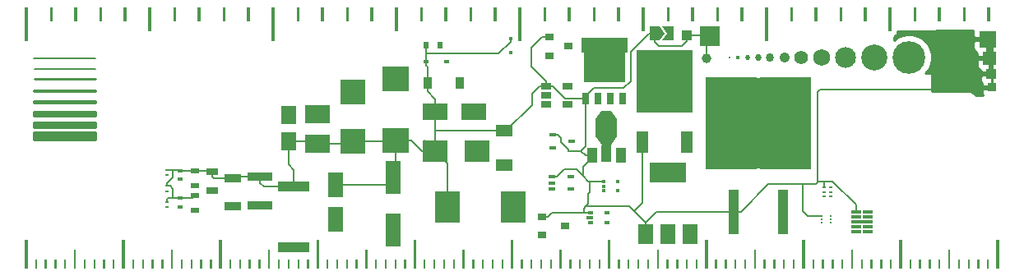
<source format=gbr>
%TF.GenerationSoftware,KiCad,Pcbnew,5.1.4+dfsg1-1*%
%TF.CreationDate,2019-10-24T16:44:30-07:00*%
%TF.ProjectId,PCB_Ruler,5043425f-5275-46c6-9572-2e6b69636164,rev?*%
%TF.SameCoordinates,Original*%
%TF.FileFunction,Copper,L1,Top*%
%TF.FilePolarity,Positive*%
%FSLAX46Y46*%
G04 Gerber Fmt 4.6, Leading zero omitted, Abs format (unit mm)*
G04 Created by KiCad (PCBNEW 5.1.4+dfsg1-1) date 2019-10-24 16:44:30*
%MOMM*%
%LPD*%
G04 APERTURE LIST*
%ADD10C,0.100000*%
%ADD11R,2.000000X2.000000*%
%ADD12C,1.000000*%
%ADD13R,1.000000X1.000000*%
%ADD14C,0.300000*%
%ADD15R,0.600000X0.450000*%
%ADD16R,0.900000X1.200000*%
%ADD17R,3.200000X1.000000*%
%ADD18R,0.900000X0.600000*%
%ADD19R,0.600000X0.900000*%
%ADD20R,0.700000X1.150000*%
%ADD21R,4.200000X3.300000*%
%ADD22R,4.700000X1.550000*%
%ADD23C,2.688200*%
%ADD24R,0.500000X0.380000*%
%ADD25R,0.650000X0.300000*%
%ADD26R,1.070000X0.300000*%
%ADD27R,2.300000X0.300000*%
%ADD28R,0.200000X0.200000*%
%ADD29R,0.330000X0.270000*%
%ADD30R,2.200000X1.840000*%
%ADD31R,1.000000X1.500000*%
%ADD32R,1.000000X1.800000*%
%ADD33C,0.850000*%
%ADD34R,1.500000X2.000000*%
%ADD35R,3.800000X2.000000*%
%ADD36R,5.250000X4.550000*%
%ADD37R,10.800000X9.400000*%
%ADD38R,1.100000X4.600000*%
%ADD39R,2.750000X3.050000*%
%ADD40R,5.800000X6.400000*%
%ADD41R,1.200000X2.200000*%
%ADD42R,0.450000X0.300000*%
%ADD43R,0.650000X0.400000*%
%ADD44R,0.700000X0.450000*%
%ADD45R,1.060000X0.650000*%
%ADD46R,0.900000X0.800000*%
%ADD47R,2.500000X3.300000*%
%ADD48R,1.700000X1.300000*%
%ADD49R,2.500000X2.300000*%
%ADD50R,2.500000X1.800000*%
%ADD51R,0.600000X0.700000*%
%ADD52R,0.350000X0.350000*%
%ADD53R,2.500000X0.900000*%
%ADD54R,1.700000X0.900000*%
%ADD55R,1.300000X0.700000*%
%ADD56R,0.900000X0.500000*%
%ADD57R,0.430000X0.280000*%
%ADD58R,0.600000X0.400000*%
%ADD59R,0.850000X0.850000*%
%ADD60R,1.350000X1.350000*%
%ADD61R,1.700000X1.700000*%
%ADD62C,2.152500*%
%ADD63C,1.727700*%
%ADD64C,1.390800*%
%ADD65C,1.053700*%
%ADD66C,0.861800*%
%ADD67C,0.693800*%
%ADD68C,0.525600*%
%ADD69C,0.414900*%
%ADD70C,0.331100*%
%ADD71C,3.363600*%
%ADD72R,1.600000X2.600000*%
%ADD73R,1.600000X3.500000*%
%ADD74R,2.500000X1.950000*%
%ADD75R,1.500000X1.950000*%
%ADD76R,2.500000X2.550000*%
%ADD77R,2.700000X2.550000*%
%ADD78C,0.800000*%
%ADD79C,0.600000*%
%ADD80C,0.250000*%
%ADD81C,0.200000*%
%ADD82C,0.150000*%
%ADD83C,0.500000*%
%ADD84C,0.750000*%
%ADD85C,0.254000*%
G04 APERTURE END LIST*
D10*
G36*
X136163000Y-94500000D02*
G01*
X136463000Y-94500000D01*
X136463000Y-93000000D01*
X136163000Y-93000000D01*
X136163000Y-94500000D01*
G37*
G36*
X138680000Y-94500000D02*
G01*
X138980000Y-94500000D01*
X138980000Y-93000000D01*
X138680000Y-93000000D01*
X138680000Y-94500000D01*
G37*
G36*
X141243000Y-94500000D02*
G01*
X141543000Y-94500000D01*
X141543000Y-93000000D01*
X141243000Y-93000000D01*
X141243000Y-94500000D01*
G37*
G36*
X143760000Y-94500000D02*
G01*
X144060000Y-94500000D01*
X144060000Y-93000000D01*
X143760000Y-93000000D01*
X143760000Y-94500000D01*
G37*
G36*
X133600000Y-95500000D02*
G01*
X133900000Y-95500000D01*
X133900000Y-93000000D01*
X133600000Y-93000000D01*
X133600000Y-95500000D01*
G37*
G36*
X125980000Y-94500000D02*
G01*
X126280000Y-94500000D01*
X126280000Y-93000000D01*
X125980000Y-93000000D01*
X125980000Y-94500000D01*
G37*
G36*
X123463000Y-94500000D02*
G01*
X123763000Y-94500000D01*
X123763000Y-93000000D01*
X123463000Y-93000000D01*
X123463000Y-94500000D01*
G37*
G36*
X120900000Y-96500000D02*
G01*
X121200000Y-96500000D01*
X121200000Y-93000000D01*
X120900000Y-93000000D01*
X120900000Y-96500000D01*
G37*
G36*
X128543000Y-94500000D02*
G01*
X128843000Y-94500000D01*
X128843000Y-93000000D01*
X128543000Y-93000000D01*
X128543000Y-94500000D01*
G37*
G36*
X131060000Y-94500000D02*
G01*
X131360000Y-94500000D01*
X131360000Y-93000000D01*
X131060000Y-93000000D01*
X131060000Y-94500000D01*
G37*
G36*
X105660000Y-94500000D02*
G01*
X105960000Y-94500000D01*
X105960000Y-93000000D01*
X105660000Y-93000000D01*
X105660000Y-94500000D01*
G37*
G36*
X103143000Y-94500000D02*
G01*
X103443000Y-94500000D01*
X103443000Y-93000000D01*
X103143000Y-93000000D01*
X103143000Y-94500000D01*
G37*
G36*
X95500000Y-96500000D02*
G01*
X95800000Y-96500000D01*
X95800000Y-93000000D01*
X95500000Y-93000000D01*
X95500000Y-96500000D01*
G37*
G36*
X98063000Y-94500000D02*
G01*
X98363000Y-94500000D01*
X98363000Y-93000000D01*
X98063000Y-93000000D01*
X98063000Y-94500000D01*
G37*
G36*
X100580000Y-94500000D02*
G01*
X100880000Y-94500000D01*
X100880000Y-93000000D01*
X100580000Y-93000000D01*
X100580000Y-94500000D01*
G37*
G36*
X108200000Y-95500000D02*
G01*
X108500000Y-95500000D01*
X108500000Y-93000000D01*
X108200000Y-93000000D01*
X108200000Y-95500000D01*
G37*
G36*
X118360000Y-94500000D02*
G01*
X118660000Y-94500000D01*
X118660000Y-93000000D01*
X118360000Y-93000000D01*
X118360000Y-94500000D01*
G37*
G36*
X115843000Y-94500000D02*
G01*
X116143000Y-94500000D01*
X116143000Y-93000000D01*
X115843000Y-93000000D01*
X115843000Y-94500000D01*
G37*
G36*
X113280000Y-94500000D02*
G01*
X113580000Y-94500000D01*
X113580000Y-93000000D01*
X113280000Y-93000000D01*
X113280000Y-94500000D01*
G37*
G36*
X110763000Y-94500000D02*
G01*
X111063000Y-94500000D01*
X111063000Y-93000000D01*
X110763000Y-93000000D01*
X110763000Y-94500000D01*
G37*
G36*
X85363000Y-94500000D02*
G01*
X85663000Y-94500000D01*
X85663000Y-93000000D01*
X85363000Y-93000000D01*
X85363000Y-94500000D01*
G37*
G36*
X87880000Y-94500000D02*
G01*
X88180000Y-94500000D01*
X88180000Y-93000000D01*
X87880000Y-93000000D01*
X87880000Y-94500000D01*
G37*
G36*
X90443000Y-94500000D02*
G01*
X90743000Y-94500000D01*
X90743000Y-93000000D01*
X90443000Y-93000000D01*
X90443000Y-94500000D01*
G37*
G36*
X92960000Y-94500000D02*
G01*
X93260000Y-94500000D01*
X93260000Y-93000000D01*
X92960000Y-93000000D01*
X92960000Y-94500000D01*
G37*
G36*
X82800000Y-95500000D02*
G01*
X83100000Y-95500000D01*
X83100000Y-93000000D01*
X82800000Y-93000000D01*
X82800000Y-95500000D01*
G37*
G36*
X75180000Y-94500000D02*
G01*
X75480000Y-94500000D01*
X75480000Y-93000000D01*
X75180000Y-93000000D01*
X75180000Y-94500000D01*
G37*
G36*
X72663000Y-94500000D02*
G01*
X72963000Y-94500000D01*
X72963000Y-93000000D01*
X72663000Y-93000000D01*
X72663000Y-94500000D01*
G37*
G36*
X70100000Y-96500000D02*
G01*
X70400000Y-96500000D01*
X70400000Y-93000000D01*
X70100000Y-93000000D01*
X70100000Y-96500000D01*
G37*
G36*
X77743000Y-94500000D02*
G01*
X78043000Y-94500000D01*
X78043000Y-93000000D01*
X77743000Y-93000000D01*
X77743000Y-94500000D01*
G37*
G36*
X80260000Y-94500000D02*
G01*
X80560000Y-94500000D01*
X80560000Y-93000000D01*
X80260000Y-93000000D01*
X80260000Y-94500000D01*
G37*
G36*
X160100000Y-120000000D02*
G01*
X160400000Y-120000000D01*
X160400000Y-117000000D01*
X160100000Y-117000000D01*
X160100000Y-120000000D01*
G37*
G36*
X161150000Y-120000000D02*
G01*
X161350000Y-120000000D01*
X161350000Y-119000000D01*
X161150000Y-119000000D01*
X161150000Y-120000000D01*
G37*
G36*
X162150000Y-120000000D02*
G01*
X162350000Y-120000000D01*
X162350000Y-119000000D01*
X162150000Y-119000000D01*
X162150000Y-120000000D01*
G37*
G36*
X163150000Y-120000000D02*
G01*
X163350000Y-120000000D01*
X163350000Y-119000000D01*
X163150000Y-119000000D01*
X163150000Y-120000000D01*
G37*
G36*
X165150000Y-120000000D02*
G01*
X165350000Y-120000000D01*
X165350000Y-118000000D01*
X165150000Y-118000000D01*
X165150000Y-120000000D01*
G37*
G36*
X164150000Y-120000000D02*
G01*
X164350000Y-120000000D01*
X164350000Y-119000000D01*
X164150000Y-119000000D01*
X164150000Y-120000000D01*
G37*
G36*
X166150000Y-120000000D02*
G01*
X166350000Y-120000000D01*
X166350000Y-119000000D01*
X166150000Y-119000000D01*
X166150000Y-120000000D01*
G37*
G36*
X167150000Y-120000000D02*
G01*
X167350000Y-120000000D01*
X167350000Y-119000000D01*
X167150000Y-119000000D01*
X167150000Y-120000000D01*
G37*
G36*
X168150000Y-120000000D02*
G01*
X168350000Y-120000000D01*
X168350000Y-119000000D01*
X168150000Y-119000000D01*
X168150000Y-120000000D01*
G37*
G36*
X169150000Y-120000000D02*
G01*
X169350000Y-120000000D01*
X169350000Y-119000000D01*
X169150000Y-119000000D01*
X169150000Y-120000000D01*
G37*
G36*
X170100000Y-120000000D02*
G01*
X170400000Y-120000000D01*
X170400000Y-117000000D01*
X170100000Y-117000000D01*
X170100000Y-120000000D01*
G37*
G36*
X160100000Y-120000000D02*
G01*
X160400000Y-120000000D01*
X160400000Y-117000000D01*
X160100000Y-117000000D01*
X160100000Y-120000000D01*
G37*
G36*
X159150000Y-120000000D02*
G01*
X159350000Y-120000000D01*
X159350000Y-119000000D01*
X159150000Y-119000000D01*
X159150000Y-120000000D01*
G37*
G36*
X158150000Y-120000000D02*
G01*
X158350000Y-120000000D01*
X158350000Y-119000000D01*
X158150000Y-119000000D01*
X158150000Y-120000000D01*
G37*
G36*
X157150000Y-120000000D02*
G01*
X157350000Y-120000000D01*
X157350000Y-119000000D01*
X157150000Y-119000000D01*
X157150000Y-120000000D01*
G37*
G36*
X156150000Y-120000000D02*
G01*
X156350000Y-120000000D01*
X156350000Y-119000000D01*
X156150000Y-119000000D01*
X156150000Y-120000000D01*
G37*
G36*
X154150000Y-120000000D02*
G01*
X154350000Y-120000000D01*
X154350000Y-119000000D01*
X154150000Y-119000000D01*
X154150000Y-120000000D01*
G37*
G36*
X155150000Y-120000000D02*
G01*
X155350000Y-120000000D01*
X155350000Y-118000000D01*
X155150000Y-118000000D01*
X155150000Y-120000000D01*
G37*
G36*
X153150000Y-120000000D02*
G01*
X153350000Y-120000000D01*
X153350000Y-119000000D01*
X153150000Y-119000000D01*
X153150000Y-120000000D01*
G37*
G36*
X152150000Y-120000000D02*
G01*
X152350000Y-120000000D01*
X152350000Y-119000000D01*
X152150000Y-119000000D01*
X152150000Y-120000000D01*
G37*
G36*
X151150000Y-120000000D02*
G01*
X151350000Y-120000000D01*
X151350000Y-119000000D01*
X151150000Y-119000000D01*
X151150000Y-120000000D01*
G37*
G36*
X150100000Y-120000000D02*
G01*
X150400000Y-120000000D01*
X150400000Y-117000000D01*
X150100000Y-117000000D01*
X150100000Y-120000000D01*
G37*
G36*
X140100000Y-120000000D02*
G01*
X140400000Y-120000000D01*
X140400000Y-117000000D01*
X140100000Y-117000000D01*
X140100000Y-120000000D01*
G37*
G36*
X141150000Y-120000000D02*
G01*
X141350000Y-120000000D01*
X141350000Y-119000000D01*
X141150000Y-119000000D01*
X141150000Y-120000000D01*
G37*
G36*
X142150000Y-120000000D02*
G01*
X142350000Y-120000000D01*
X142350000Y-119000000D01*
X142150000Y-119000000D01*
X142150000Y-120000000D01*
G37*
G36*
X143150000Y-120000000D02*
G01*
X143350000Y-120000000D01*
X143350000Y-119000000D01*
X143150000Y-119000000D01*
X143150000Y-120000000D01*
G37*
G36*
X145150000Y-120000000D02*
G01*
X145350000Y-120000000D01*
X145350000Y-118000000D01*
X145150000Y-118000000D01*
X145150000Y-120000000D01*
G37*
G36*
X144150000Y-120000000D02*
G01*
X144350000Y-120000000D01*
X144350000Y-119000000D01*
X144150000Y-119000000D01*
X144150000Y-120000000D01*
G37*
G36*
X146150000Y-120000000D02*
G01*
X146350000Y-120000000D01*
X146350000Y-119000000D01*
X146150000Y-119000000D01*
X146150000Y-120000000D01*
G37*
G36*
X147150000Y-120000000D02*
G01*
X147350000Y-120000000D01*
X147350000Y-119000000D01*
X147150000Y-119000000D01*
X147150000Y-120000000D01*
G37*
G36*
X148150000Y-120000000D02*
G01*
X148350000Y-120000000D01*
X148350000Y-119000000D01*
X148150000Y-119000000D01*
X148150000Y-120000000D01*
G37*
G36*
X149150000Y-120000000D02*
G01*
X149350000Y-120000000D01*
X149350000Y-119000000D01*
X149150000Y-119000000D01*
X149150000Y-120000000D01*
G37*
G36*
X150100000Y-120000000D02*
G01*
X150400000Y-120000000D01*
X150400000Y-117000000D01*
X150100000Y-117000000D01*
X150100000Y-120000000D01*
G37*
G36*
X130100000Y-120000000D02*
G01*
X130400000Y-120000000D01*
X130400000Y-117000000D01*
X130100000Y-117000000D01*
X130100000Y-120000000D01*
G37*
G36*
X131150000Y-120000000D02*
G01*
X131350000Y-120000000D01*
X131350000Y-119000000D01*
X131150000Y-119000000D01*
X131150000Y-120000000D01*
G37*
G36*
X132150000Y-120000000D02*
G01*
X132350000Y-120000000D01*
X132350000Y-119000000D01*
X132150000Y-119000000D01*
X132150000Y-120000000D01*
G37*
G36*
X133150000Y-120000000D02*
G01*
X133350000Y-120000000D01*
X133350000Y-119000000D01*
X133150000Y-119000000D01*
X133150000Y-120000000D01*
G37*
G36*
X135150000Y-120000000D02*
G01*
X135350000Y-120000000D01*
X135350000Y-118000000D01*
X135150000Y-118000000D01*
X135150000Y-120000000D01*
G37*
G36*
X134150000Y-120000000D02*
G01*
X134350000Y-120000000D01*
X134350000Y-119000000D01*
X134150000Y-119000000D01*
X134150000Y-120000000D01*
G37*
G36*
X136150000Y-120000000D02*
G01*
X136350000Y-120000000D01*
X136350000Y-119000000D01*
X136150000Y-119000000D01*
X136150000Y-120000000D01*
G37*
G36*
X137150000Y-120000000D02*
G01*
X137350000Y-120000000D01*
X137350000Y-119000000D01*
X137150000Y-119000000D01*
X137150000Y-120000000D01*
G37*
G36*
X138150000Y-120000000D02*
G01*
X138350000Y-120000000D01*
X138350000Y-119000000D01*
X138150000Y-119000000D01*
X138150000Y-120000000D01*
G37*
G36*
X139150000Y-120000000D02*
G01*
X139350000Y-120000000D01*
X139350000Y-119000000D01*
X139150000Y-119000000D01*
X139150000Y-120000000D01*
G37*
G36*
X140100000Y-120000000D02*
G01*
X140400000Y-120000000D01*
X140400000Y-117000000D01*
X140100000Y-117000000D01*
X140100000Y-120000000D01*
G37*
G36*
X130100000Y-120000000D02*
G01*
X130400000Y-120000000D01*
X130400000Y-117000000D01*
X130100000Y-117000000D01*
X130100000Y-120000000D01*
G37*
G36*
X129150000Y-120000000D02*
G01*
X129350000Y-120000000D01*
X129350000Y-119000000D01*
X129150000Y-119000000D01*
X129150000Y-120000000D01*
G37*
G36*
X128150000Y-120000000D02*
G01*
X128350000Y-120000000D01*
X128350000Y-119000000D01*
X128150000Y-119000000D01*
X128150000Y-120000000D01*
G37*
G36*
X127150000Y-120000000D02*
G01*
X127350000Y-120000000D01*
X127350000Y-119000000D01*
X127150000Y-119000000D01*
X127150000Y-120000000D01*
G37*
G36*
X126150000Y-120000000D02*
G01*
X126350000Y-120000000D01*
X126350000Y-119000000D01*
X126150000Y-119000000D01*
X126150000Y-120000000D01*
G37*
G36*
X124150000Y-120000000D02*
G01*
X124350000Y-120000000D01*
X124350000Y-119000000D01*
X124150000Y-119000000D01*
X124150000Y-120000000D01*
G37*
G36*
X125150000Y-120000000D02*
G01*
X125350000Y-120000000D01*
X125350000Y-118000000D01*
X125150000Y-118000000D01*
X125150000Y-120000000D01*
G37*
G36*
X123150000Y-120000000D02*
G01*
X123350000Y-120000000D01*
X123350000Y-119000000D01*
X123150000Y-119000000D01*
X123150000Y-120000000D01*
G37*
G36*
X122150000Y-120000000D02*
G01*
X122350000Y-120000000D01*
X122350000Y-119000000D01*
X122150000Y-119000000D01*
X122150000Y-120000000D01*
G37*
G36*
X121150000Y-120000000D02*
G01*
X121350000Y-120000000D01*
X121350000Y-119000000D01*
X121150000Y-119000000D01*
X121150000Y-120000000D01*
G37*
G36*
X120100000Y-120000000D02*
G01*
X120400000Y-120000000D01*
X120400000Y-117000000D01*
X120100000Y-117000000D01*
X120100000Y-120000000D01*
G37*
G36*
X120100000Y-120000000D02*
G01*
X120400000Y-120000000D01*
X120400000Y-117000000D01*
X120100000Y-117000000D01*
X120100000Y-120000000D01*
G37*
G36*
X119150000Y-120000000D02*
G01*
X119350000Y-120000000D01*
X119350000Y-119000000D01*
X119150000Y-119000000D01*
X119150000Y-120000000D01*
G37*
G36*
X118150000Y-120000000D02*
G01*
X118350000Y-120000000D01*
X118350000Y-119000000D01*
X118150000Y-119000000D01*
X118150000Y-120000000D01*
G37*
G36*
X117150000Y-120000000D02*
G01*
X117350000Y-120000000D01*
X117350000Y-119000000D01*
X117150000Y-119000000D01*
X117150000Y-120000000D01*
G37*
G36*
X116150000Y-120000000D02*
G01*
X116350000Y-120000000D01*
X116350000Y-119000000D01*
X116150000Y-119000000D01*
X116150000Y-120000000D01*
G37*
G36*
X114150000Y-120000000D02*
G01*
X114350000Y-120000000D01*
X114350000Y-119000000D01*
X114150000Y-119000000D01*
X114150000Y-120000000D01*
G37*
G36*
X115150000Y-120000000D02*
G01*
X115350000Y-120000000D01*
X115350000Y-118000000D01*
X115150000Y-118000000D01*
X115150000Y-120000000D01*
G37*
G36*
X113150000Y-120000000D02*
G01*
X113350000Y-120000000D01*
X113350000Y-119000000D01*
X113150000Y-119000000D01*
X113150000Y-120000000D01*
G37*
G36*
X112150000Y-120000000D02*
G01*
X112350000Y-120000000D01*
X112350000Y-119000000D01*
X112150000Y-119000000D01*
X112150000Y-120000000D01*
G37*
G36*
X111150000Y-120000000D02*
G01*
X111350000Y-120000000D01*
X111350000Y-119000000D01*
X111150000Y-119000000D01*
X111150000Y-120000000D01*
G37*
G36*
X110100000Y-120000000D02*
G01*
X110400000Y-120000000D01*
X110400000Y-117000000D01*
X110100000Y-117000000D01*
X110100000Y-120000000D01*
G37*
G36*
X100100000Y-120000000D02*
G01*
X100400000Y-120000000D01*
X100400000Y-117000000D01*
X100100000Y-117000000D01*
X100100000Y-120000000D01*
G37*
G36*
X101150000Y-120000000D02*
G01*
X101350000Y-120000000D01*
X101350000Y-119000000D01*
X101150000Y-119000000D01*
X101150000Y-120000000D01*
G37*
G36*
X102150000Y-120000000D02*
G01*
X102350000Y-120000000D01*
X102350000Y-119000000D01*
X102150000Y-119000000D01*
X102150000Y-120000000D01*
G37*
G36*
X103150000Y-120000000D02*
G01*
X103350000Y-120000000D01*
X103350000Y-119000000D01*
X103150000Y-119000000D01*
X103150000Y-120000000D01*
G37*
G36*
X105150000Y-120000000D02*
G01*
X105350000Y-120000000D01*
X105350000Y-118000000D01*
X105150000Y-118000000D01*
X105150000Y-120000000D01*
G37*
G36*
X104150000Y-120000000D02*
G01*
X104350000Y-120000000D01*
X104350000Y-119000000D01*
X104150000Y-119000000D01*
X104150000Y-120000000D01*
G37*
G36*
X106150000Y-120000000D02*
G01*
X106350000Y-120000000D01*
X106350000Y-119000000D01*
X106150000Y-119000000D01*
X106150000Y-120000000D01*
G37*
G36*
X107150000Y-120000000D02*
G01*
X107350000Y-120000000D01*
X107350000Y-119000000D01*
X107150000Y-119000000D01*
X107150000Y-120000000D01*
G37*
G36*
X108150000Y-120000000D02*
G01*
X108350000Y-120000000D01*
X108350000Y-119000000D01*
X108150000Y-119000000D01*
X108150000Y-120000000D01*
G37*
G36*
X109150000Y-120000000D02*
G01*
X109350000Y-120000000D01*
X109350000Y-119000000D01*
X109150000Y-119000000D01*
X109150000Y-120000000D01*
G37*
G36*
X110100000Y-120000000D02*
G01*
X110400000Y-120000000D01*
X110400000Y-117000000D01*
X110100000Y-117000000D01*
X110100000Y-120000000D01*
G37*
G36*
X90100000Y-120000000D02*
G01*
X90400000Y-120000000D01*
X90400000Y-117000000D01*
X90100000Y-117000000D01*
X90100000Y-120000000D01*
G37*
G36*
X91150000Y-120000000D02*
G01*
X91350000Y-120000000D01*
X91350000Y-119000000D01*
X91150000Y-119000000D01*
X91150000Y-120000000D01*
G37*
G36*
X92150000Y-120000000D02*
G01*
X92350000Y-120000000D01*
X92350000Y-119000000D01*
X92150000Y-119000000D01*
X92150000Y-120000000D01*
G37*
G36*
X93150000Y-120000000D02*
G01*
X93350000Y-120000000D01*
X93350000Y-119000000D01*
X93150000Y-119000000D01*
X93150000Y-120000000D01*
G37*
G36*
X95150000Y-120000000D02*
G01*
X95350000Y-120000000D01*
X95350000Y-118000000D01*
X95150000Y-118000000D01*
X95150000Y-120000000D01*
G37*
G36*
X94150000Y-120000000D02*
G01*
X94350000Y-120000000D01*
X94350000Y-119000000D01*
X94150000Y-119000000D01*
X94150000Y-120000000D01*
G37*
G36*
X96150000Y-120000000D02*
G01*
X96350000Y-120000000D01*
X96350000Y-119000000D01*
X96150000Y-119000000D01*
X96150000Y-120000000D01*
G37*
G36*
X97150000Y-120000000D02*
G01*
X97350000Y-120000000D01*
X97350000Y-119000000D01*
X97150000Y-119000000D01*
X97150000Y-120000000D01*
G37*
G36*
X98150000Y-120000000D02*
G01*
X98350000Y-120000000D01*
X98350000Y-119000000D01*
X98150000Y-119000000D01*
X98150000Y-120000000D01*
G37*
G36*
X99150000Y-120000000D02*
G01*
X99350000Y-120000000D01*
X99350000Y-119000000D01*
X99150000Y-119000000D01*
X99150000Y-120000000D01*
G37*
G36*
X100100000Y-120000000D02*
G01*
X100400000Y-120000000D01*
X100400000Y-117000000D01*
X100100000Y-117000000D01*
X100100000Y-120000000D01*
G37*
G36*
X90100000Y-120000000D02*
G01*
X90400000Y-120000000D01*
X90400000Y-117000000D01*
X90100000Y-117000000D01*
X90100000Y-120000000D01*
G37*
G36*
X89150000Y-120000000D02*
G01*
X89350000Y-120000000D01*
X89350000Y-119000000D01*
X89150000Y-119000000D01*
X89150000Y-120000000D01*
G37*
G36*
X88150000Y-120000000D02*
G01*
X88350000Y-120000000D01*
X88350000Y-119000000D01*
X88150000Y-119000000D01*
X88150000Y-120000000D01*
G37*
G36*
X87150000Y-120000000D02*
G01*
X87350000Y-120000000D01*
X87350000Y-119000000D01*
X87150000Y-119000000D01*
X87150000Y-120000000D01*
G37*
G36*
X86150000Y-120000000D02*
G01*
X86350000Y-120000000D01*
X86350000Y-119000000D01*
X86150000Y-119000000D01*
X86150000Y-120000000D01*
G37*
G36*
X84150000Y-120000000D02*
G01*
X84350000Y-120000000D01*
X84350000Y-119000000D01*
X84150000Y-119000000D01*
X84150000Y-120000000D01*
G37*
G36*
X85150000Y-120000000D02*
G01*
X85350000Y-120000000D01*
X85350000Y-118000000D01*
X85150000Y-118000000D01*
X85150000Y-120000000D01*
G37*
G36*
X83150000Y-120000000D02*
G01*
X83350000Y-120000000D01*
X83350000Y-119000000D01*
X83150000Y-119000000D01*
X83150000Y-120000000D01*
G37*
G36*
X82150000Y-120000000D02*
G01*
X82350000Y-120000000D01*
X82350000Y-119000000D01*
X82150000Y-119000000D01*
X82150000Y-120000000D01*
G37*
G36*
X81150000Y-120000000D02*
G01*
X81350000Y-120000000D01*
X81350000Y-119000000D01*
X81150000Y-119000000D01*
X81150000Y-120000000D01*
G37*
G36*
X80100000Y-120000000D02*
G01*
X80400000Y-120000000D01*
X80400000Y-117000000D01*
X80100000Y-117000000D01*
X80100000Y-120000000D01*
G37*
G36*
X80100000Y-120000000D02*
G01*
X80400000Y-120000000D01*
X80400000Y-117000000D01*
X80100000Y-117000000D01*
X80100000Y-120000000D01*
G37*
G36*
X79150000Y-120000000D02*
G01*
X79350000Y-120000000D01*
X79350000Y-119000000D01*
X79150000Y-119000000D01*
X79150000Y-120000000D01*
G37*
G36*
X78150000Y-120000000D02*
G01*
X78350000Y-120000000D01*
X78350000Y-119000000D01*
X78150000Y-119000000D01*
X78150000Y-120000000D01*
G37*
G36*
X77150000Y-120000000D02*
G01*
X77350000Y-120000000D01*
X77350000Y-119000000D01*
X77150000Y-119000000D01*
X77150000Y-120000000D01*
G37*
G36*
X76150000Y-120000000D02*
G01*
X76350000Y-120000000D01*
X76350000Y-119000000D01*
X76150000Y-119000000D01*
X76150000Y-120000000D01*
G37*
G36*
X74150000Y-120000000D02*
G01*
X74350000Y-120000000D01*
X74350000Y-119000000D01*
X74150000Y-119000000D01*
X74150000Y-120000000D01*
G37*
G36*
X75150000Y-120000000D02*
G01*
X75350000Y-120000000D01*
X75350000Y-118000000D01*
X75150000Y-118000000D01*
X75150000Y-120000000D01*
G37*
G36*
X73150000Y-120000000D02*
G01*
X73350000Y-120000000D01*
X73350000Y-119000000D01*
X73150000Y-119000000D01*
X73150000Y-120000000D01*
G37*
G36*
X72150000Y-120000000D02*
G01*
X72350000Y-120000000D01*
X72350000Y-119000000D01*
X72150000Y-119000000D01*
X72150000Y-120000000D01*
G37*
G36*
X71150000Y-120000000D02*
G01*
X71350000Y-120000000D01*
X71350000Y-119000000D01*
X71150000Y-119000000D01*
X71150000Y-120000000D01*
G37*
G36*
X70100000Y-120000000D02*
G01*
X70400000Y-120000000D01*
X70400000Y-117000000D01*
X70100000Y-117000000D01*
X70100000Y-120000000D01*
G37*
G36*
X156460000Y-94500000D02*
G01*
X156760000Y-94500000D01*
X156760000Y-93000000D01*
X156460000Y-93000000D01*
X156460000Y-94500000D01*
G37*
G36*
X153943000Y-94500000D02*
G01*
X154243000Y-94500000D01*
X154243000Y-93000000D01*
X153943000Y-93000000D01*
X153943000Y-94500000D01*
G37*
G36*
X146300000Y-96500000D02*
G01*
X146600000Y-96500000D01*
X146600000Y-93000000D01*
X146300000Y-93000000D01*
X146300000Y-96500000D01*
G37*
G36*
X148863000Y-94500000D02*
G01*
X149163000Y-94500000D01*
X149163000Y-93000000D01*
X148863000Y-93000000D01*
X148863000Y-94500000D01*
G37*
G36*
X151380000Y-94500000D02*
G01*
X151680000Y-94500000D01*
X151680000Y-93000000D01*
X151380000Y-93000000D01*
X151380000Y-94500000D01*
G37*
G36*
X159000000Y-95500000D02*
G01*
X159300000Y-95500000D01*
X159300000Y-93000000D01*
X159000000Y-93000000D01*
X159000000Y-95500000D01*
G37*
G36*
X169160000Y-94500000D02*
G01*
X169460000Y-94500000D01*
X169460000Y-93000000D01*
X169160000Y-93000000D01*
X169160000Y-94500000D01*
G37*
G36*
X166643000Y-94500000D02*
G01*
X166943000Y-94500000D01*
X166943000Y-93000000D01*
X166643000Y-93000000D01*
X166643000Y-94500000D01*
G37*
G36*
X164080000Y-94500000D02*
G01*
X164380000Y-94500000D01*
X164380000Y-93000000D01*
X164080000Y-93000000D01*
X164080000Y-94500000D01*
G37*
G36*
X161563000Y-94500000D02*
G01*
X161863000Y-94500000D01*
X161863000Y-93000000D01*
X161563000Y-93000000D01*
X161563000Y-94500000D01*
G37*
D11*
X140630000Y-95980000D03*
D12*
X140310000Y-98300000D03*
D13*
X138220000Y-95880000D03*
D14*
X134920000Y-95710000D03*
D10*
G36*
X135920000Y-95710000D02*
G01*
X135420000Y-96460000D01*
X134420000Y-96460000D01*
X134420000Y-94960000D01*
X135420000Y-94960000D01*
X135920000Y-95710000D01*
X135920000Y-95710000D01*
G37*
D14*
X136370000Y-95710000D03*
D10*
G36*
X136870000Y-96460000D02*
G01*
X135720000Y-96460000D01*
X136220000Y-95710000D01*
X135720000Y-94960000D01*
X136870000Y-94960000D01*
X136870000Y-96460000D01*
X136870000Y-96460000D01*
G37*
D15*
X111400000Y-98650000D03*
X113500000Y-98650000D03*
D16*
X111540000Y-100810000D03*
X114840000Y-100810000D03*
D17*
X97770000Y-117730000D03*
X97770000Y-111530000D03*
D18*
X129730000Y-99390000D03*
D19*
X130330000Y-96690000D03*
D20*
X131640000Y-102410000D03*
D21*
X129730000Y-99140000D03*
D22*
X129730000Y-96940000D03*
D20*
X130370000Y-102410000D03*
X127820000Y-102410000D03*
X129090000Y-102410000D03*
D19*
X129130000Y-96690000D03*
X131610000Y-96690000D03*
X127850000Y-96690000D03*
D18*
X129730000Y-100240000D03*
X129730000Y-98540000D03*
X130880000Y-98540000D03*
X130880000Y-100240000D03*
X130880000Y-99390000D03*
X128580000Y-98540000D03*
X128580000Y-100240000D03*
X128580000Y-99390000D03*
D23*
X157520000Y-98176000D03*
D24*
X130060000Y-114170000D03*
X130060000Y-115250000D03*
D25*
X128280000Y-114710000D03*
D24*
X128360000Y-115250000D03*
X128360000Y-114170000D03*
D26*
X156880000Y-114140000D03*
X156880000Y-114640000D03*
X156880000Y-115640000D03*
X156880000Y-116140000D03*
X155650000Y-116140000D03*
X155650000Y-115640000D03*
D27*
X156265000Y-115140000D03*
D26*
X155650000Y-114640000D03*
X155650000Y-114140000D03*
D28*
X153020000Y-114550000D03*
X153020000Y-114900000D03*
X153020000Y-115250000D03*
X152120000Y-115250000D03*
X152120000Y-114900000D03*
X152120000Y-114550000D03*
D29*
X153040000Y-111550000D03*
X153040000Y-112050000D03*
X153040000Y-112550000D03*
X152360000Y-112550000D03*
X152360000Y-112050000D03*
X152360000Y-111550000D03*
D12*
X129960000Y-106876200D03*
D10*
G36*
X131060000Y-106376200D02*
G01*
X130360000Y-107376200D01*
X129560000Y-107376200D01*
X128860000Y-106376200D01*
X131060000Y-106376200D01*
X131060000Y-106376200D01*
G37*
D30*
X129960000Y-105466500D03*
D31*
X131460000Y-108280000D03*
D32*
X129960000Y-108133500D03*
D31*
X128460000Y-108280000D03*
D33*
X129960000Y-104133000D03*
D10*
G36*
X128860000Y-104558000D02*
G01*
X129460000Y-103708000D01*
X130460000Y-103708000D01*
X131060000Y-104558000D01*
X128860000Y-104558000D01*
X128860000Y-104558000D01*
G37*
D34*
X133980000Y-116390000D03*
X138580000Y-116390000D03*
X136280000Y-116390000D03*
D35*
X136280000Y-110090000D03*
D36*
X148400000Y-107400000D03*
X142850000Y-102550000D03*
X142850000Y-107400000D03*
X148400000Y-102550000D03*
D37*
X145625000Y-104975000D03*
D38*
X148165000Y-114125000D03*
X143085000Y-114125000D03*
D39*
X137485000Y-102335000D03*
X134435000Y-98985000D03*
X134435000Y-102335000D03*
X137485000Y-98985000D03*
D40*
X135960000Y-100660000D03*
D41*
X138240000Y-106960000D03*
X133680000Y-106960000D03*
D42*
X131120000Y-111960000D03*
X129720000Y-111460000D03*
X131120000Y-110960000D03*
X129720000Y-111960000D03*
X129720000Y-110960000D03*
D43*
X126290000Y-110480000D03*
X126290000Y-111780000D03*
X124390000Y-111130000D03*
X124390000Y-111780000D03*
X124390000Y-110480000D03*
D44*
X126410000Y-106830000D03*
X124410000Y-107480000D03*
X124410000Y-106180000D03*
D45*
X125970000Y-101160000D03*
X125970000Y-103060000D03*
X123770000Y-103060000D03*
X123770000Y-102110000D03*
X123770000Y-101160000D03*
D46*
X126070000Y-97060000D03*
X124070000Y-98010000D03*
X124070000Y-96110000D03*
D47*
X113580000Y-113610000D03*
X120380000Y-113610000D03*
D48*
X119450000Y-105760000D03*
X119450000Y-109260000D03*
D49*
X112340000Y-107830000D03*
X116640000Y-107830000D03*
D50*
X112340000Y-103770000D03*
X116340000Y-103770000D03*
D51*
X112800000Y-96940000D03*
X111400000Y-96940000D03*
D52*
X120080000Y-97715000D03*
X120080000Y-96265000D03*
D53*
X94280000Y-110520000D03*
X94280000Y-113420000D03*
D54*
X91520000Y-110650000D03*
X91520000Y-113550000D03*
D55*
X89408000Y-109991800D03*
X89408000Y-111891800D03*
D56*
X87630000Y-109883800D03*
X87630000Y-111383800D03*
X87620000Y-112440000D03*
X87620000Y-113940000D03*
D57*
X84734400Y-113124400D03*
X84734400Y-113644400D03*
X84709000Y-111454000D03*
X84709000Y-111974000D03*
X84709000Y-109828400D03*
X84709000Y-110348400D03*
D58*
X86106000Y-109848800D03*
X86106000Y-110748800D03*
X86106000Y-112719000D03*
X86106000Y-113619000D03*
D59*
X169654400Y-101260000D03*
D13*
X169578200Y-99888400D03*
D60*
X169400400Y-98288200D03*
D61*
X169222600Y-96332400D03*
D62*
X154550000Y-98176000D03*
D63*
X152090000Y-98176000D03*
D64*
X150020000Y-98180000D03*
D65*
X148280000Y-98176000D03*
D66*
X146820000Y-98210000D03*
D67*
X145570000Y-98176000D03*
D68*
X144460000Y-98176000D03*
D69*
X143470000Y-98176000D03*
D70*
X142600000Y-98176000D03*
D71*
X161130000Y-98176000D03*
D72*
X102110000Y-114900000D03*
X102110000Y-111300000D03*
D73*
X107980000Y-115950000D03*
X107980000Y-110550000D03*
D74*
X100220000Y-104065000D03*
X100220000Y-107115000D03*
D75*
X97220000Y-104115000D03*
X97220000Y-106865000D03*
D76*
X103880000Y-101760000D03*
X103880000Y-106810000D03*
D77*
X108280000Y-100445000D03*
X108280000Y-106795000D03*
D46*
X125740000Y-115550000D03*
X123340000Y-116500000D03*
X123340000Y-114600000D03*
D78*
X165810000Y-97180000D03*
D79*
X164610000Y-97180000D03*
D12*
X167020000Y-97180000D03*
D80*
X77354600Y-100399200D02*
X71055400Y-100399200D01*
D81*
X77370000Y-99410000D02*
X71070800Y-99410000D01*
D82*
X77330000Y-98280000D02*
X71030800Y-98280000D01*
D80*
X169222600Y-98110400D02*
X169400400Y-98288200D01*
X169578200Y-98466000D02*
X169400400Y-98288200D01*
D83*
X169578200Y-99888400D02*
X169578200Y-98466000D01*
D80*
X169654400Y-99964600D02*
X169578200Y-99888400D01*
X169654400Y-101260000D02*
X169654400Y-99964600D01*
X169400400Y-96510200D02*
X169222600Y-96332400D01*
D84*
X169400400Y-98288200D02*
X169400400Y-96510200D01*
D82*
X86085600Y-109828400D02*
X86106000Y-109848800D01*
X85656000Y-112719000D02*
X86106000Y-112719000D01*
X84734400Y-112834400D02*
X84849800Y-112719000D01*
X84734400Y-113124400D02*
X84734400Y-112834400D01*
X85344000Y-111724000D02*
X85344000Y-112719000D01*
X85074000Y-111454000D02*
X85344000Y-111724000D01*
X84709000Y-111454000D02*
X85074000Y-111454000D01*
X84849800Y-112719000D02*
X85344000Y-112719000D01*
X85344000Y-112719000D02*
X85656000Y-112719000D01*
X85344000Y-109828400D02*
X86085600Y-109828400D01*
X84709000Y-109828400D02*
X85344000Y-109828400D01*
X84709000Y-111164000D02*
X84709000Y-111454000D01*
X85344000Y-110529000D02*
X85344000Y-110444000D01*
X84709000Y-111164000D02*
X85344000Y-110529000D01*
X85344000Y-109828400D02*
X85344000Y-110444000D01*
X163662000Y-101260000D02*
X169654400Y-101260000D01*
X163422000Y-101500000D02*
X163662000Y-101260000D01*
X151940000Y-101500000D02*
X163422000Y-101500000D01*
X151670000Y-101770000D02*
X151940000Y-101500000D01*
X151510000Y-111260000D02*
X151670000Y-111100000D01*
X151260000Y-111260000D02*
X151510000Y-111260000D01*
X143785000Y-114125000D02*
X146650000Y-111260000D01*
X143085000Y-114125000D02*
X143785000Y-114125000D01*
X150260000Y-111260000D02*
X151260000Y-111260000D01*
X146650000Y-111260000D02*
X149580000Y-111260000D01*
X149580000Y-111260000D02*
X149640000Y-111260000D01*
X127320000Y-102410000D02*
X127820000Y-102410000D01*
X125700000Y-102410000D02*
X127320000Y-102410000D01*
X123770000Y-101160000D02*
X124450000Y-101160000D01*
X123770000Y-101160000D02*
X123770000Y-100685000D01*
X122240000Y-99155000D02*
X122240000Y-97190000D01*
X123320000Y-96110000D02*
X124070000Y-96110000D01*
X122240000Y-97190000D02*
X123320000Y-96110000D01*
X124450000Y-101160000D02*
X125390000Y-102100000D01*
X125390000Y-102100000D02*
X125700000Y-102410000D01*
X113580000Y-109110000D02*
X112260000Y-107790000D01*
X113580000Y-113610000D02*
X113580000Y-109110000D01*
X108280000Y-110250000D02*
X107980000Y-110550000D01*
X108280000Y-106795000D02*
X108280000Y-110250000D01*
X107230000Y-111300000D02*
X107980000Y-110550000D01*
X102110000Y-111300000D02*
X107230000Y-111300000D01*
X108265000Y-106810000D02*
X108280000Y-106795000D01*
X103880000Y-106810000D02*
X108265000Y-106810000D01*
X103570000Y-107120000D02*
X103880000Y-106810000D01*
X100250000Y-107120000D02*
X103570000Y-107120000D01*
X111265000Y-106795000D02*
X112260000Y-107790000D01*
X94690000Y-111530000D02*
X94280000Y-111120000D01*
X94280000Y-111120000D02*
X94280000Y-110520000D01*
X97770000Y-111530000D02*
X94690000Y-111530000D01*
X94150000Y-110650000D02*
X94280000Y-110520000D01*
X89300000Y-109883800D02*
X89408000Y-109991800D01*
X87630000Y-109883800D02*
X89300000Y-109883800D01*
X87595000Y-109848800D02*
X87630000Y-109883800D01*
X86106000Y-109848800D02*
X87595000Y-109848800D01*
X123770000Y-100685000D02*
X123062500Y-99977500D01*
X123062500Y-99977500D02*
X122240000Y-99155000D01*
X152045000Y-110950000D02*
X151670000Y-110950000D01*
X152360000Y-111550000D02*
X152360000Y-111265000D01*
X151670000Y-111100000D02*
X151670000Y-110950000D01*
X151670000Y-110950000D02*
X151670000Y-101770000D01*
X99970000Y-106865000D02*
X100220000Y-107115000D01*
X97220000Y-106865000D02*
X99970000Y-106865000D01*
X97770000Y-111530000D02*
X97770000Y-109780000D01*
X97220000Y-109230000D02*
X97220000Y-106865000D01*
X97770000Y-109780000D02*
X97220000Y-109230000D01*
X111400000Y-98650000D02*
X111400000Y-97800000D01*
X111400000Y-97800000D02*
X111400000Y-96940000D01*
X112340000Y-103770000D02*
X112340000Y-102520000D01*
X111540000Y-101720000D02*
X111540000Y-100810000D01*
X112340000Y-102520000D02*
X111540000Y-101720000D01*
X111540000Y-99165000D02*
X111540000Y-99500000D01*
X111400000Y-99025000D02*
X111540000Y-99165000D01*
X111400000Y-98650000D02*
X111400000Y-99025000D01*
X111540000Y-100810000D02*
X111540000Y-99500000D01*
X119450000Y-105760000D02*
X112380000Y-105760000D01*
X112380000Y-105760000D02*
X112340000Y-105720000D01*
X112340000Y-107830000D02*
X112340000Y-105720000D01*
X112340000Y-105720000D02*
X112340000Y-103770000D01*
X124865000Y-110480000D02*
X124390000Y-110480000D01*
X125595000Y-109750000D02*
X124865000Y-110480000D01*
X129345000Y-110960000D02*
X129335000Y-110970000D01*
X129720000Y-110960000D02*
X129345000Y-110960000D01*
X126890000Y-109750000D02*
X125595000Y-109750000D01*
X127960000Y-114170000D02*
X128360000Y-114170000D01*
X123940000Y-114600000D02*
X124370000Y-114170000D01*
X123340000Y-114600000D02*
X123940000Y-114600000D01*
X128280000Y-110970000D02*
X128280000Y-112080000D01*
X128280000Y-110970000D02*
X128110000Y-110970000D01*
X129335000Y-110970000D02*
X128280000Y-110970000D01*
X128280000Y-112080000D02*
X128080000Y-112280000D01*
X128080000Y-112280000D02*
X128080000Y-113300000D01*
X127630000Y-113750000D02*
X127630000Y-114170000D01*
X124370000Y-114170000D02*
X127630000Y-114170000D01*
X127630000Y-114170000D02*
X127960000Y-114170000D01*
X127540000Y-109450000D02*
X127540000Y-110400000D01*
X128460000Y-108530000D02*
X127540000Y-109450000D01*
X128460000Y-108280000D02*
X128460000Y-108530000D01*
X128110000Y-110970000D02*
X127540000Y-110400000D01*
X127540000Y-110400000D02*
X126890000Y-109750000D01*
X127810000Y-108280000D02*
X127350000Y-107820000D01*
X128460000Y-108280000D02*
X127810000Y-108280000D01*
X127350000Y-107820000D02*
X126080000Y-107820000D01*
X126080000Y-107725000D02*
X125300000Y-106945000D01*
X126080000Y-107820000D02*
X126080000Y-107725000D01*
X125300000Y-106945000D02*
X125300000Y-106520000D01*
X124960000Y-106180000D02*
X124410000Y-106180000D01*
X125300000Y-106520000D02*
X124960000Y-106180000D01*
X127820000Y-107350000D02*
X127350000Y-107820000D01*
X127820000Y-102410000D02*
X127820000Y-103400000D01*
X127820000Y-103400000D02*
X127820000Y-107350000D01*
X128080000Y-113300000D02*
X127810000Y-113570000D01*
X127810000Y-113570000D02*
X127630000Y-113750000D01*
X87341000Y-112719000D02*
X87620000Y-112440000D01*
X86106000Y-112719000D02*
X87341000Y-112719000D01*
X140530000Y-95880000D02*
X140630000Y-95980000D01*
X138220000Y-95880000D02*
X140530000Y-95880000D01*
X140310000Y-96300000D02*
X140630000Y-95980000D01*
X140310000Y-98300000D02*
X140310000Y-96300000D01*
X134920000Y-96560000D02*
X135370000Y-97010000D01*
X134920000Y-95710000D02*
X134920000Y-96560000D01*
X138220000Y-96530000D02*
X138220000Y-95880000D01*
X137740000Y-97010000D02*
X138220000Y-96530000D01*
X135370000Y-97010000D02*
X137740000Y-97010000D01*
X132310000Y-113570000D02*
X131220000Y-113570000D01*
X131320000Y-113570000D02*
X131220000Y-113570000D01*
X131220000Y-113570000D02*
X127810000Y-113570000D01*
X142385000Y-114125000D02*
X143085000Y-114125000D01*
X135095000Y-114125000D02*
X142385000Y-114125000D01*
X133980000Y-115240000D02*
X135095000Y-114125000D01*
X133980000Y-116390000D02*
X133980000Y-115240000D01*
X133680000Y-113180000D02*
X132800000Y-114060000D01*
X133980000Y-115240000D02*
X132800000Y-114060000D01*
X133680000Y-106960000D02*
X133680000Y-113180000D01*
X132800000Y-114060000D02*
X132310000Y-113570000D01*
X128635000Y-101370000D02*
X127820000Y-102185000D01*
X127820000Y-102185000D02*
X127820000Y-102410000D01*
X131710000Y-101370000D02*
X128635000Y-101370000D01*
X132440000Y-97584998D02*
X132440000Y-100640000D01*
X132440000Y-100640000D02*
X131710000Y-101370000D01*
X134314998Y-95710000D02*
X132440000Y-97584998D01*
X134920000Y-95710000D02*
X134314998Y-95710000D01*
X120080000Y-96265000D02*
X120080000Y-96590000D01*
X120080000Y-96590000D02*
X118870000Y-97800000D01*
X118870000Y-97800000D02*
X111400000Y-97800000D01*
X155650000Y-113364998D02*
X153235002Y-110950000D01*
X155650000Y-114140000D02*
X155650000Y-113364998D01*
X152360000Y-111550000D02*
X152360000Y-110950000D01*
X153235002Y-110950000D02*
X152360000Y-110950000D01*
X152360000Y-110950000D02*
X151670000Y-110950000D01*
X150150000Y-111260000D02*
X150150000Y-114000000D01*
X150150000Y-111260000D02*
X150260000Y-111260000D01*
X149640000Y-111260000D02*
X150150000Y-111260000D01*
X151799999Y-114524999D02*
X152120000Y-114524999D01*
X150150000Y-114000000D02*
X150674999Y-114524999D01*
X150674999Y-114524999D02*
X151799999Y-114524999D01*
X91650000Y-110520000D02*
X91520000Y-110650000D01*
X94280000Y-110520000D02*
X91650000Y-110520000D01*
X89408000Y-110491800D02*
X89408000Y-109991800D01*
X89566200Y-110650000D02*
X89408000Y-110491800D01*
X91520000Y-110650000D02*
X89566200Y-110650000D01*
X109905000Y-106795000D02*
X108280000Y-106795000D01*
X112340000Y-107830000D02*
X110940000Y-107830000D01*
X110940000Y-107830000D02*
X109905000Y-106795000D01*
X119650000Y-105760000D02*
X122300000Y-103110000D01*
X119450000Y-105760000D02*
X119650000Y-105760000D01*
X123090000Y-101160000D02*
X123770000Y-101160000D01*
X122300000Y-101950000D02*
X123090000Y-101160000D01*
X122300000Y-103110000D02*
X122300000Y-101950000D01*
D85*
G36*
X77386127Y-101643800D02*
G01*
X71048827Y-101643800D01*
X71048827Y-101593000D01*
X77386127Y-101593000D01*
X77386127Y-101643800D01*
X77386127Y-101643800D01*
G37*
X77386127Y-101643800D02*
X71048827Y-101643800D01*
X71048827Y-101593000D01*
X77386127Y-101593000D01*
X77386127Y-101643800D01*
G36*
X77372201Y-102888400D02*
G01*
X71034901Y-102888400D01*
X71034901Y-102685200D01*
X77372201Y-102685200D01*
X77372201Y-102888400D01*
X77372201Y-102888400D01*
G37*
X77372201Y-102888400D02*
X71034901Y-102888400D01*
X71034901Y-102685200D01*
X77372201Y-102685200D01*
X77372201Y-102888400D01*
G36*
X77355147Y-104183800D02*
G01*
X71017847Y-104183800D01*
X71017847Y-103828200D01*
X77355147Y-103828200D01*
X77355147Y-104183800D01*
X77355147Y-104183800D01*
G37*
X77355147Y-104183800D02*
X71017847Y-104183800D01*
X71017847Y-103828200D01*
X77355147Y-103828200D01*
X77355147Y-104183800D01*
G36*
X77380000Y-105377600D02*
G01*
X71042700Y-105377600D01*
X71042700Y-104869600D01*
X77380000Y-104869600D01*
X77380000Y-105377600D01*
X77380000Y-105377600D01*
G37*
X77380000Y-105377600D02*
X71042700Y-105377600D01*
X71042700Y-104869600D01*
X77380000Y-104869600D01*
X77380000Y-105377600D01*
G36*
X77376662Y-106698400D02*
G01*
X71039362Y-106698400D01*
X71039362Y-105936400D01*
X77376662Y-105936400D01*
X77376662Y-106698400D01*
X77376662Y-106698400D01*
G37*
X77376662Y-106698400D02*
X71039362Y-106698400D01*
X71039362Y-105936400D01*
X77376662Y-105936400D01*
X77376662Y-106698400D01*
G36*
X167734528Y-95482400D02*
G01*
X167737600Y-96046650D01*
X167896350Y-96205400D01*
X169095600Y-96205400D01*
X169095600Y-96185400D01*
X169349600Y-96185400D01*
X169349600Y-96205400D01*
X169369600Y-96205400D01*
X169369600Y-96459400D01*
X169349600Y-96459400D01*
X169349600Y-96479400D01*
X169095600Y-96479400D01*
X169095600Y-96459400D01*
X167896350Y-96459400D01*
X167737600Y-96618150D01*
X167734528Y-97182400D01*
X167746788Y-97306882D01*
X167783098Y-97426580D01*
X167842063Y-97536894D01*
X167921415Y-97633585D01*
X168018106Y-97712937D01*
X168088412Y-97750517D01*
X168090400Y-98002450D01*
X168249150Y-98161200D01*
X169273400Y-98161200D01*
X169273400Y-98141200D01*
X169416308Y-98141200D01*
X169417686Y-98435200D01*
X169273400Y-98435200D01*
X169273400Y-98415200D01*
X168249150Y-98415200D01*
X168090400Y-98573950D01*
X168087328Y-98963200D01*
X168099588Y-99087682D01*
X168135898Y-99207380D01*
X168194863Y-99317694D01*
X168274215Y-99414385D01*
X168370906Y-99493737D01*
X168442185Y-99531837D01*
X168443200Y-99602650D01*
X168601950Y-99761400D01*
X169423898Y-99761400D01*
X169425088Y-100015400D01*
X168601950Y-100015400D01*
X168443200Y-100174150D01*
X168440128Y-100388400D01*
X168452388Y-100512882D01*
X168488698Y-100632580D01*
X168547663Y-100742894D01*
X168594749Y-100800268D01*
X168591328Y-100835000D01*
X168594400Y-100974250D01*
X168753150Y-101133000D01*
X169430324Y-101133000D01*
X169431514Y-101387000D01*
X168753150Y-101387000D01*
X168594400Y-101545750D01*
X168591328Y-101685000D01*
X168603588Y-101809482D01*
X168639898Y-101929180D01*
X168698863Y-102039494D01*
X168758198Y-102111795D01*
X168052605Y-102112931D01*
X167466721Y-101668793D01*
X167445503Y-101655770D01*
X167422151Y-101647137D01*
X167389843Y-101643000D01*
X163461660Y-101647844D01*
X163457000Y-99909660D01*
X163454493Y-99884890D01*
X163447202Y-99861085D01*
X163435407Y-99839160D01*
X163419561Y-99819957D01*
X163400274Y-99804215D01*
X163378286Y-99792537D01*
X163354442Y-99785374D01*
X163330000Y-99783000D01*
X162799450Y-99783000D01*
X162929576Y-99652874D01*
X163183122Y-99273416D01*
X163357767Y-98851786D01*
X163446800Y-98404185D01*
X163446800Y-97947815D01*
X163357767Y-97500214D01*
X163183122Y-97078584D01*
X162929576Y-96699126D01*
X162606874Y-96376424D01*
X162227416Y-96122878D01*
X161805786Y-95948233D01*
X161358185Y-95859200D01*
X160901815Y-95859200D01*
X160454214Y-95948233D01*
X160032584Y-96122878D01*
X159653126Y-96376424D01*
X159577000Y-96452550D01*
X159577000Y-96068466D01*
X159594781Y-96059012D01*
X159647703Y-96031345D01*
X159649437Y-96029951D01*
X159651404Y-96028905D01*
X159697737Y-95991117D01*
X159744286Y-95953690D01*
X159745717Y-95951985D01*
X159747443Y-95950577D01*
X159785539Y-95904527D01*
X159823947Y-95858754D01*
X159825020Y-95856802D01*
X159826439Y-95855087D01*
X159854851Y-95802539D01*
X159883651Y-95750153D01*
X159884325Y-95748029D01*
X159885383Y-95746072D01*
X159903034Y-95689050D01*
X159921124Y-95632024D01*
X159921373Y-95629808D01*
X159922030Y-95627684D01*
X159928276Y-95568257D01*
X159934938Y-95508866D01*
X159934968Y-95504596D01*
X159934985Y-95504433D01*
X159934970Y-95504270D01*
X159935000Y-95500000D01*
X159935000Y-95465076D01*
X167739284Y-95434107D01*
X167734528Y-95482400D01*
X167734528Y-95482400D01*
G37*
X167734528Y-95482400D02*
X167737600Y-96046650D01*
X167896350Y-96205400D01*
X169095600Y-96205400D01*
X169095600Y-96185400D01*
X169349600Y-96185400D01*
X169349600Y-96205400D01*
X169369600Y-96205400D01*
X169369600Y-96459400D01*
X169349600Y-96459400D01*
X169349600Y-96479400D01*
X169095600Y-96479400D01*
X169095600Y-96459400D01*
X167896350Y-96459400D01*
X167737600Y-96618150D01*
X167734528Y-97182400D01*
X167746788Y-97306882D01*
X167783098Y-97426580D01*
X167842063Y-97536894D01*
X167921415Y-97633585D01*
X168018106Y-97712937D01*
X168088412Y-97750517D01*
X168090400Y-98002450D01*
X168249150Y-98161200D01*
X169273400Y-98161200D01*
X169273400Y-98141200D01*
X169416308Y-98141200D01*
X169417686Y-98435200D01*
X169273400Y-98435200D01*
X169273400Y-98415200D01*
X168249150Y-98415200D01*
X168090400Y-98573950D01*
X168087328Y-98963200D01*
X168099588Y-99087682D01*
X168135898Y-99207380D01*
X168194863Y-99317694D01*
X168274215Y-99414385D01*
X168370906Y-99493737D01*
X168442185Y-99531837D01*
X168443200Y-99602650D01*
X168601950Y-99761400D01*
X169423898Y-99761400D01*
X169425088Y-100015400D01*
X168601950Y-100015400D01*
X168443200Y-100174150D01*
X168440128Y-100388400D01*
X168452388Y-100512882D01*
X168488698Y-100632580D01*
X168547663Y-100742894D01*
X168594749Y-100800268D01*
X168591328Y-100835000D01*
X168594400Y-100974250D01*
X168753150Y-101133000D01*
X169430324Y-101133000D01*
X169431514Y-101387000D01*
X168753150Y-101387000D01*
X168594400Y-101545750D01*
X168591328Y-101685000D01*
X168603588Y-101809482D01*
X168639898Y-101929180D01*
X168698863Y-102039494D01*
X168758198Y-102111795D01*
X168052605Y-102112931D01*
X167466721Y-101668793D01*
X167445503Y-101655770D01*
X167422151Y-101647137D01*
X167389843Y-101643000D01*
X163461660Y-101647844D01*
X163457000Y-99909660D01*
X163454493Y-99884890D01*
X163447202Y-99861085D01*
X163435407Y-99839160D01*
X163419561Y-99819957D01*
X163400274Y-99804215D01*
X163378286Y-99792537D01*
X163354442Y-99785374D01*
X163330000Y-99783000D01*
X162799450Y-99783000D01*
X162929576Y-99652874D01*
X163183122Y-99273416D01*
X163357767Y-98851786D01*
X163446800Y-98404185D01*
X163446800Y-97947815D01*
X163357767Y-97500214D01*
X163183122Y-97078584D01*
X162929576Y-96699126D01*
X162606874Y-96376424D01*
X162227416Y-96122878D01*
X161805786Y-95948233D01*
X161358185Y-95859200D01*
X160901815Y-95859200D01*
X160454214Y-95948233D01*
X160032584Y-96122878D01*
X159653126Y-96376424D01*
X159577000Y-96452550D01*
X159577000Y-96068466D01*
X159594781Y-96059012D01*
X159647703Y-96031345D01*
X159649437Y-96029951D01*
X159651404Y-96028905D01*
X159697737Y-95991117D01*
X159744286Y-95953690D01*
X159745717Y-95951985D01*
X159747443Y-95950577D01*
X159785539Y-95904527D01*
X159823947Y-95858754D01*
X159825020Y-95856802D01*
X159826439Y-95855087D01*
X159854851Y-95802539D01*
X159883651Y-95750153D01*
X159884325Y-95748029D01*
X159885383Y-95746072D01*
X159903034Y-95689050D01*
X159921124Y-95632024D01*
X159921373Y-95629808D01*
X159922030Y-95627684D01*
X159928276Y-95568257D01*
X159934938Y-95508866D01*
X159934968Y-95504596D01*
X159934985Y-95504433D01*
X159934970Y-95504270D01*
X159935000Y-95500000D01*
X159935000Y-95465076D01*
X167739284Y-95434107D01*
X167734528Y-95482400D01*
M02*

</source>
